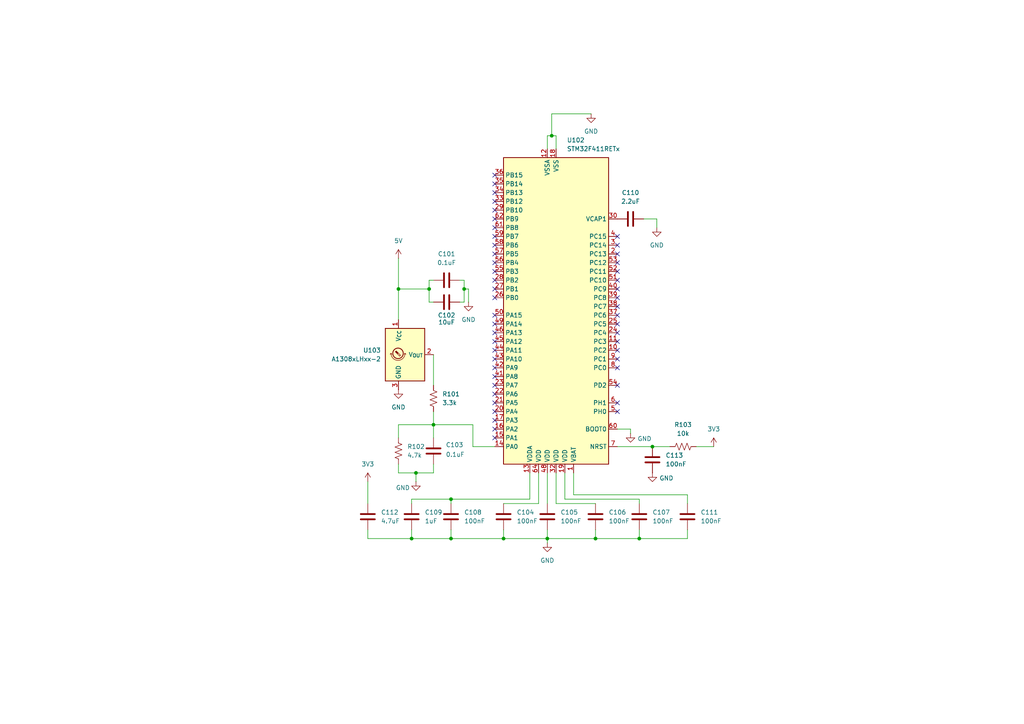
<source format=kicad_sch>
(kicad_sch (version 20250114) (generator "eeschema") (generator_version "9.0")
  (paper "A4")
  (lib_symbols
    (symbol "Device:C" (pin_numbers (hide yes)) (pin_names (offset 0.254))
      (property "Reference" "C" (at 0.635 2.54 0))
      (property "Value" "C" (at 0.635 -2.54 0))
      (symbol "C_0_1"
        (polyline (pts (xy -2.032 0.762) (xy 2.032 0.762)) (stroke (width 0.508)))
        (polyline (pts (xy -2.032 -0.762) (xy 2.032 -0.762)) (stroke (width 0.508)))
      )
      (symbol "C_1_1"
        (pin passive line (at 0 3.81 270) (length 2.794) (name "~") (number "1"))
        (pin passive line (at 0 -3.81 90) (length 2.794) (name "~") (number "2"))
      )
    )
    (symbol "Device:R_US" (pin_numbers (hide yes)) (pin_names (offset 0))
      (property "Reference" "R" (at 2.54 0 90))
      (property "Value" "R_US" (at -2.54 0 90))
      (symbol "R_US_0_1"
        (polyline (pts (xy 0 2.286) (xy 0 2.54)))
        (polyline (pts (xy 0 2.286) (xy 1.016 1.905) (xy 0 1.524) (xy -1.016 1.143) (xy 0 0.762)))
        (polyline (pts (xy 0 0.762) (xy 1.016 0.381) (xy 0 0) (xy -1.016 -0.381) (xy 0 -0.762)))
        (polyline (pts (xy 0 -0.762) (xy 1.016 -1.143) (xy 0 -1.524) (xy -1.016 -1.905) (xy 0 -2.286)))
        (polyline (pts (xy 0 -2.286) (xy 0 -2.54)))
      )
      (symbol "R_US_1_1"
        (pin passive line (at 0 3.81 270) (length 1.27) (name "~") (number "1"))
        (pin passive line (at 0 -3.81 90) (length 1.27) (name "~") (number "2"))
      )
    )
    (symbol "MCU_ST_STM32F4:STM32F411RETx"
      (property "Reference" "U" (at -15.24 46.99 0))
      (property "Value" "STM32F411RETx" (at 10.16 46.99 0))
      (symbol "STM32F411RETx_0_1"
        (rectangle (start -15.24 -43.18) (end 15.24 45.72) (stroke (width 0.254)) (fill (type background)))
      )
      (symbol "STM32F411RETx_1_1"
        (pin input line (at -17.78 40.64 0) (length 2.54) (name "NRST") (number "7"))
        (pin input line (at -17.78 35.56 0) (length 2.54) (name "BOOT0") (number "60"))
        (pin bidirectional line (at -17.78 30.48 0) (length 2.54) (name "PH0") (number "5"))
        (pin bidirectional line (at -17.78 27.94 0) (length 2.54) (name "PH1") (number "6"))
        (pin bidirectional line (at -17.78 22.86 0) (length 2.54) (name "PD2") (number "54"))
        (pin bidirectional line (at -17.78 17.78 0) (length 2.54) (name "PC0") (number "8"))
        (pin bidirectional line (at -17.78 15.24 0) (length 2.54) (name "PC1") (number "9"))
        (pin bidirectional line (at -17.78 12.7 0) (length 2.54) (name "PC2") (number "10"))
        (pin bidirectional line (at -17.78 10.16 0) (length 2.54) (name "PC3") (number "11"))
        (pin bidirectional line (at -17.78 7.62 0) (length 2.54) (name "PC4") (number "24"))
        (pin bidirectional line (at -17.78 5.08 0) (length 2.54) (name "PC5") (number "25"))
        (pin bidirectional line (at -17.78 2.54 0) (length 2.54) (name "PC6") (number "37"))
        (pin bidirectional line (at -17.78 0 0) (length 2.54) (name "PC7") (number "38"))
        (pin bidirectional line (at -17.78 -2.54 0) (length 2.54) (name "PC8") (number "39"))
        (pin bidirectional line (at -17.78 -5.08 0) (length 2.54) (name "PC9") (number "40"))
        (pin bidirectional line (at -17.78 -7.62 0) (length 2.54) (name "PC10") (number "51"))
        (pin bidirectional line (at -17.78 -10.16 0) (length 2.54) (name "PC11") (number "52"))
        (pin bidirectional line (at -17.78 -12.7 0) (length 2.54) (name "PC12") (number "53"))
        (pin bidirectional line (at -17.78 -15.24 0) (length 2.54) (name "PC13") (number "2"))
        (pin bidirectional line (at -17.78 -17.78 0) (length 2.54) (name "PC14") (number "3"))
        (pin bidirectional line (at -17.78 -20.32 0) (length 2.54) (name "PC15") (number "4"))
        (pin power_out line (at -17.78 -25.4 0) (length 2.54) (name "VCAP1") (number "30"))
        (pin power_in line (at -5.08 48.26 270) (length 2.54) (name "VBAT") (number "1"))
        (pin power_in line (at -2.54 48.26 270) (length 2.54) (name "VDD") (number "19"))
        (pin power_in line (at 0 48.26 270) (length 2.54) (name "VDD") (number "32"))
        (pin power_in line (at 0 -45.72 90) (length 2.54) (name "VSS") (number "18"))
        (pin passive line (at 0 -45.72 90) (length 2.54) (hide yes) (name "VSS") (number "31"))
        (pin passive line (at 0 -45.72 90) (length 2.54) (hide yes) (name "VSS") (number "47"))
        (pin passive line (at 0 -45.72 90) (length 2.54) (hide yes) (name "VSS") (number "63"))
        (pin power_in line (at 2.54 48.26 270) (length 2.54) (name "VDD") (number "48"))
        (pin power_in line (at 2.54 -45.72 90) (length 2.54) (name "VSSA") (number "12"))
        (pin power_in line (at 5.08 48.26 270) (length 2.54) (name "VDD") (number "64"))
        (pin power_in line (at 7.62 48.26 270) (length 2.54) (name "VDDA") (number "13"))
        (pin bidirectional line (at 17.78 40.64 180) (length 2.54) (name "PA0") (number "14"))
        (pin bidirectional line (at 17.78 38.1 180) (length 2.54) (name "PA1") (number "15"))
        (pin bidirectional line (at 17.78 35.56 180) (length 2.54) (name "PA2") (number "16"))
        (pin bidirectional line (at 17.78 33.02 180) (length 2.54) (name "PA3") (number "17"))
        (pin bidirectional line (at 17.78 30.48 180) (length 2.54) (name "PA4") (number "20"))
        (pin bidirectional line (at 17.78 27.94 180) (length 2.54) (name "PA5") (number "21"))
        (pin bidirectional line (at 17.78 25.4 180) (length 2.54) (name "PA6") (number "22"))
        (pin bidirectional line (at 17.78 22.86 180) (length 2.54) (name "PA7") (number "23"))
        (pin bidirectional line (at 17.78 20.32 180) (length 2.54) (name "PA8") (number "41"))
        (pin bidirectional line (at 17.78 17.78 180) (length 2.54) (name "PA9") (number "42"))
        (pin bidirectional line (at 17.78 15.24 180) (length 2.54) (name "PA10") (number "43"))
        (pin bidirectional line (at 17.78 12.7 180) (length 2.54) (name "PA11") (number "44"))
        (pin bidirectional line (at 17.78 10.16 180) (length 2.54) (name "PA12") (number "45"))
        (pin bidirectional line (at 17.78 7.62 180) (length 2.54) (name "PA13") (number "46"))
        (pin bidirectional line (at 17.78 5.08 180) (length 2.54) (name "PA14") (number "49"))
        (pin bidirectional line (at 17.78 2.54 180) (length 2.54) (name "PA15") (number "50"))
        (pin bidirectional line (at 17.78 -2.54 180) (length 2.54) (name "PB0") (number "26"))
        (pin bidirectional line (at 17.78 -5.08 180) (length 2.54) (name "PB1") (number "27"))
        (pin bidirectional line (at 17.78 -7.62 180) (length 2.54) (name "PB2") (number "28"))
        (pin bidirectional line (at 17.78 -10.16 180) (length 2.54) (name "PB3") (number "55"))
        (pin bidirectional line (at 17.78 -12.7 180) (length 2.54) (name "PB4") (number "56"))
        (pin bidirectional line (at 17.78 -15.24 180) (length 2.54) (name "PB5") (number "57"))
        (pin bidirectional line (at 17.78 -17.78 180) (length 2.54) (name "PB6") (number "58"))
        (pin bidirectional line (at 17.78 -20.32 180) (length 2.54) (name "PB7") (number "59"))
        (pin bidirectional line (at 17.78 -22.86 180) (length 2.54) (name "PB8") (number "61"))
        (pin bidirectional line (at 17.78 -25.4 180) (length 2.54) (name "PB9") (number "62"))
        (pin bidirectional line (at 17.78 -27.94 180) (length 2.54) (name "PB10") (number "29"))
        (pin bidirectional line (at 17.78 -30.48 180) (length 2.54) (name "PB12") (number "33"))
        (pin bidirectional line (at 17.78 -33.02 180) (length 2.54) (name "PB13") (number "34"))
        (pin bidirectional line (at 17.78 -35.56 180) (length 2.54) (name "PB14") (number "35"))
        (pin bidirectional line (at 17.78 -38.1 180) (length 2.54) (name "PB15") (number "36"))
      )
    )
    (symbol "Sensor_Magnetic:A1308xLHxx-2"
      (property "Reference" "U" (at 0 11.43 0))
      (property "Value" "A1308xLHxx-2" (at 0 8.89 0))
      (symbol "A1308xLHxx-2_0_1"
        (rectangle (start -6.35 7.62) (end 5.08 -7.62) (stroke (width 0.254)) (fill (type background)))
        (polyline (pts (xy -4.699 0.381) (xy -4.953 0.127)))
        (polyline (pts (xy -4.699 0.381) (xy -4.445 0.127)))
        (polyline (pts (xy -3.4544 0.8382) (xy -2.8702 0.254) (xy -2.6162 0.508) (xy -3.2004 1.0922) (xy -3.4544 0.8382)) (fill (type outline)))
        (arc (start -0.635 0.381) (mid -2.667 -1.651) (end -4.699 0.381))
        (polyline (pts (xy -0.635 0.381) (xy -0.889 0.127)))
        (polyline (pts (xy -0.635 0.381) (xy -0.381 0.127)))
      )
      (symbol "A1308xLHxx-2_1_1"
        (circle (center -2.667 0.381) (radius 1.524) (stroke (width 0.254)))
        (polyline (pts (xy -2.6162 0.508) (xy -1.9304 -0.1778) (xy -2.1844 -0.4318) (xy -2.8702 0.254)))
        (pin power_in line (at -2.54 10.16 270) (length 2.54) (name "V_{CC}") (number "1"))
        (pin power_in line (at -2.54 -10.16 90) (length 2.54) (name "GND") (number "3"))
        (pin output line (at 7.62 0 180) (length 2.54) (name "V_{OUT}") (number "2"))
      )
    )
    (symbol "power:+3V3" (power) (pin_numbers (hide yes)) (pin_names (offset 0) (hide yes))
      (property "Value" "+3V3" (at 0 3.556 0))
      (symbol "+3V3_0_1"
        (polyline (pts (xy -0.762 1.27) (xy 0 2.54)))
        (polyline (pts (xy 0 2.54) (xy 0.762 1.27)))
        (polyline (pts (xy 0 0) (xy 0 2.54)))
      )
      (symbol "+3V3_1_1"
        (pin power_in line (at 0 0 90) (length 0) (name "~") (number "1"))
      )
    )
    (symbol "power:GND" (power) (pin_numbers (hide yes)) (pin_names (offset 0) (hide yes))
      (property "Value" "GND" (at 0 -3.81 0))
      (symbol "GND_0_1"
        (polyline (pts (xy 0 0) (xy 0 -1.27) (xy 1.27 -1.27) (xy 0 -2.54) (xy -1.27 -1.27) (xy 0 -1.27)))
      )
      (symbol "GND_1_1"
        (pin power_in line (at 0 0 270) (length 0) (name "~") (number "1"))
      )
    )
  )
  (junction (at 158.75 156.21))
  (junction (at 120.65 137.16))
  (junction (at 115.57 83.82))
  (junction (at 160.02 39.37))
  (junction (at 130.81 156.21))
  (junction (at 125.73 123.19))
  (junction (at 124.46 83.82))
  (junction (at 189.23 129.54))
  (junction (at 185.42 156.21))
  (junction (at 130.81 144.78))
  (junction (at 172.72 156.21))
  (junction (at 146.05 156.21))
  (junction (at 134.62 83.82))
  (junction (at 119.38 156.21))
  (no_connect (at 179.07 76.2))
  (no_connect (at 179.07 111.76))
  (no_connect (at 179.07 106.68))
  (no_connect (at 143.51 116.84))
  (no_connect (at 143.51 81.28))
  (no_connect (at 143.51 63.5))
  (no_connect (at 143.51 91.44))
  (no_connect (at 179.07 116.84))
  (no_connect (at 179.07 99.06))
  (no_connect (at 143.51 71.12))
  (no_connect (at 143.51 83.82))
  (no_connect (at 179.07 104.14))
  (no_connect (at 179.07 86.36))
  (no_connect (at 179.07 119.38))
  (no_connect (at 143.51 55.88))
  (no_connect (at 143.51 114.3))
  (no_connect (at 179.07 88.9))
  (no_connect (at 179.07 101.6))
  (no_connect (at 143.51 124.46))
  (no_connect (at 143.51 53.34))
  (no_connect (at 179.07 91.44))
  (no_connect (at 179.07 68.58))
  (no_connect (at 143.51 101.6))
  (no_connect (at 143.51 73.66))
  (no_connect (at 179.07 78.74))
  (no_connect (at 143.51 86.36))
  (no_connect (at 179.07 71.12))
  (no_connect (at 143.51 66.04))
  (no_connect (at 179.07 73.66))
  (no_connect (at 143.51 50.8))
  (no_connect (at 143.51 58.42))
  (no_connect (at 143.51 96.52))
  (no_connect (at 179.07 93.98))
  (no_connect (at 143.51 104.14))
  (no_connect (at 179.07 81.28))
  (no_connect (at 143.51 68.58))
  (no_connect (at 143.51 60.96))
  (no_connect (at 143.51 106.68))
  (no_connect (at 143.51 109.22))
  (no_connect (at 143.51 119.38))
  (no_connect (at 179.07 96.52))
  (no_connect (at 143.51 99.06))
  (no_connect (at 143.51 111.76))
  (no_connect (at 143.51 76.2))
  (no_connect (at 143.51 127))
  (no_connect (at 143.51 78.74))
  (no_connect (at 143.51 93.98))
  (no_connect (at 179.07 83.82))
  (no_connect (at 143.51 121.92))
  (wire (pts (xy 133.35 81.28) (xy 134.62 81.28)))
  (wire (pts (xy 158.75 43.18) (xy 158.75 39.37)))
  (wire (pts (xy 137.16 123.19) (xy 125.73 123.19)))
  (wire (pts (xy 106.68 153.67) (xy 106.68 156.21)))
  (wire (pts (xy 134.62 81.28) (xy 134.62 83.82)))
  (wire (pts (xy 106.68 139.7) (xy 106.68 146.05)))
  (wire (pts (xy 115.57 137.16) (xy 120.65 137.16)))
  (wire (pts (xy 166.37 137.16) (xy 166.37 143.51)))
  (wire (pts (xy 199.39 156.21) (xy 199.39 153.67)))
  (wire (pts (xy 158.75 146.05) (xy 158.75 137.16)))
  (wire (pts (xy 189.23 129.54) (xy 194.31 129.54)))
  (wire (pts (xy 130.81 156.21) (xy 146.05 156.21)))
  (wire (pts (xy 156.21 146.05) (xy 156.21 137.16)))
  (wire (pts (xy 124.46 83.82) (xy 124.46 87.63)))
  (wire (pts (xy 160.02 33.02) (xy 171.45 33.02)))
  (wire (pts (xy 158.75 153.67) (xy 158.75 156.21)))
  (wire (pts (xy 125.73 123.19) (xy 125.73 119.38)))
  (wire (pts (xy 115.57 127) (xy 115.57 123.19)))
  (wire (pts (xy 143.51 129.54) (xy 137.16 129.54)))
  (wire (pts (xy 146.05 146.05) (xy 156.21 146.05)))
  (wire (pts (xy 161.29 146.05) (xy 161.29 137.16)))
  (wire (pts (xy 115.57 74.93) (xy 115.57 83.82)))
  (wire (pts (xy 182.88 124.46) (xy 182.88 125.73)))
  (wire (pts (xy 115.57 123.19) (xy 125.73 123.19)))
  (wire (pts (xy 124.46 81.28) (xy 125.73 81.28)))
  (wire (pts (xy 130.81 144.78) (xy 130.81 146.05)))
  (wire (pts (xy 135.89 83.82) (xy 135.89 87.63)))
  (wire (pts (xy 134.62 83.82) (xy 134.62 87.63)))
  (wire (pts (xy 160.02 39.37) (xy 160.02 33.02)))
  (wire (pts (xy 130.81 144.78) (xy 153.67 144.78)))
  (wire (pts (xy 120.65 137.16) (xy 125.73 137.16)))
  (wire (pts (xy 160.02 39.37) (xy 161.29 39.37)))
  (wire (pts (xy 115.57 83.82) (xy 124.46 83.82)))
  (wire (pts (xy 125.73 137.16) (xy 125.73 134.62)))
  (wire (pts (xy 158.75 156.21) (xy 172.72 156.21)))
  (wire (pts (xy 146.05 156.21) (xy 158.75 156.21)))
  (wire (pts (xy 172.72 153.67) (xy 172.72 156.21)))
  (wire (pts (xy 158.75 39.37) (xy 160.02 39.37)))
  (wire (pts (xy 190.5 63.5) (xy 190.5 66.04)))
  (wire (pts (xy 153.67 144.78) (xy 153.67 137.16)))
  (wire (pts (xy 125.73 127) (xy 125.73 123.19)))
  (wire (pts (xy 166.37 143.51) (xy 199.39 143.51)))
  (wire (pts (xy 146.05 153.67) (xy 146.05 156.21)))
  (wire (pts (xy 134.62 83.82) (xy 135.89 83.82)))
  (wire (pts (xy 185.42 144.78) (xy 163.83 144.78)))
  (wire (pts (xy 179.07 129.54) (xy 189.23 129.54)))
  (wire (pts (xy 185.42 153.67) (xy 185.42 156.21)))
  (wire (pts (xy 119.38 156.21) (xy 130.81 156.21)))
  (wire (pts (xy 179.07 124.46) (xy 182.88 124.46)))
  (wire (pts (xy 163.83 144.78) (xy 163.83 137.16)))
  (wire (pts (xy 125.73 102.87) (xy 125.73 111.76)))
  (wire (pts (xy 115.57 134.62) (xy 115.57 137.16)))
  (wire (pts (xy 185.42 146.05) (xy 185.42 144.78)))
  (wire (pts (xy 130.81 153.67) (xy 130.81 156.21)))
  (wire (pts (xy 120.65 137.16) (xy 120.65 139.7)))
  (wire (pts (xy 119.38 146.05) (xy 119.38 144.78)))
  (wire (pts (xy 199.39 143.51) (xy 199.39 146.05)))
  (wire (pts (xy 161.29 39.37) (xy 161.29 43.18)))
  (wire (pts (xy 124.46 83.82) (xy 124.46 81.28)))
  (wire (pts (xy 106.68 156.21) (xy 119.38 156.21)))
  (wire (pts (xy 185.42 156.21) (xy 199.39 156.21)))
  (wire (pts (xy 186.69 63.5) (xy 190.5 63.5)))
  (wire (pts (xy 134.62 87.63) (xy 133.35 87.63)))
  (wire (pts (xy 119.38 144.78) (xy 130.81 144.78)))
  (wire (pts (xy 137.16 129.54) (xy 137.16 123.19)))
  (wire (pts (xy 124.46 87.63) (xy 125.73 87.63)))
  (wire (pts (xy 172.72 146.05) (xy 161.29 146.05)))
  (wire (pts (xy 201.93 129.54) (xy 207.01 129.54)))
  (wire (pts (xy 172.72 156.21) (xy 185.42 156.21)))
  (wire (pts (xy 158.75 156.21) (xy 158.75 157.48)))
  (wire (pts (xy 119.38 153.67) (xy 119.38 156.21)))
  (wire (pts (xy 115.57 83.82) (xy 115.57 92.71)))
  (symbol (lib_id "Device:C") (at 185.42 149.86 0) (unit 1)
    (property "Reference" "C107" (at 189.23 148.5899 0) (effects (justify left)))
    (property "Value" "100nF" (at 189.23 151.1299 0) (effects (justify left)))
    (property "Description" "Unpolarized capacitor" (effects (hide yes)))
  )
  (symbol (lib_id "power:GND") (at 115.57 113.03 0) (unit 1)
    (property "Reference" "#PWR0102" (effects (hide yes)))
    (property "Value" "GND" (at 115.57 118.11 0))
    (property "Description" "Power symbol creates a global label with name \"GND\" , ground" (effects (hide yes)))
  )
  (symbol (lib_id "Device:R_US") (at 115.57 130.81 180) (unit 1)
    (property "Reference" "R102" (at 118.11 129.5399 0) (effects (justify right)))
    (property "Value" "4.7k" (at 118.11 132.0799 0) (effects (justify right)))
    (property "Description" "Resistor, US symbol" (effects (hide yes)))
  )
  (symbol (lib_id "power:GND") (at 158.75 157.48 0) (unit 1)
    (property "Reference" "#PWR0105" (effects (hide yes)))
    (property "Value" "GND" (at 158.75 162.56 0))
    (property "Description" "Power symbol creates a global label with name \"GND\" , ground" (effects (hide yes)))
  )
  (symbol (lib_id "power:GND") (at 182.88 125.73 0) (unit 1)
    (property "Reference" "#PWR0108" (effects (hide yes)))
    (property "Value" "GND" (at 186.944 127.254 0))
    (property "Description" "Power symbol creates a global label with name \"GND\" , ground" (effects (hide yes)))
  )
  (symbol (lib_id "Device:R_US") (at 125.73 115.57 0) (unit 1)
    (property "Reference" "R101" (at 128.27 114.2999 0) (effects (justify left)))
    (property "Value" "3.3k" (at 128.27 116.8399 0) (effects (justify left)))
    (property "Description" "Resistor, US symbol" (effects (hide yes)))
  )
  (symbol (lib_id "Device:C") (at 189.23 133.35 0) (unit 1)
    (property "Reference" "C113" (at 193.04 132.0799 0) (effects (justify left)))
    (property "Value" "100nF" (at 193.04 134.6199 0) (effects (justify left)))
    (property "Description" "Unpolarized capacitor" (effects (hide yes)))
  )
  (symbol (lib_id "Device:C") (at 158.75 149.86 0) (unit 1)
    (property "Reference" "C105" (at 162.56 148.5899 0) (effects (justify left)))
    (property "Value" "100nF" (at 162.56 151.1299 0) (effects (justify left)))
    (property "Description" "Unpolarized capacitor" (effects (hide yes)))
  )
  (symbol (lib_id "Sensor_Magnetic:A1308xLHxx-2") (at 118.11 102.87 0) (unit 1)
    (property "Reference" "U103" (at 110.49 101.5999 0) (effects (justify right)))
    (property "Value" "A1308xLHxx-2" (at 110.49 104.1399 0) (effects (justify right)))
    (property "Footprint" "Package_TO_SOT_SMD:SOT-23W" (effects (hide yes)))
    (property "Datasheet" "https://www.allegromicro.com/~/media/files/datasheets/a1308-9-datasheet.ashx" (effects (hide yes)))
    (property "Description" "Linear Hall Effect Sensor ICs with Analog Output, 2.5 mV/G, 4.5-5.5V supply, SOT-23W" (effects (hide yes)))
  )
  (symbol (lib_id "Device:C") (at 106.68 149.86 0) (unit 1)
    (property "Reference" "C112" (at 110.49 148.5899 0) (effects (justify left)))
    (property "Value" "4.7uF" (at 110.49 151.1299 0) (effects (justify left)))
    (property "Description" "Unpolarized capacitor" (effects (hide yes)))
  )
  (symbol (lib_id "Device:C") (at 119.38 149.86 0) (unit 1)
    (property "Reference" "C109" (at 123.19 148.5899 0) (effects (justify left)))
    (property "Value" "1uF" (at 123.19 151.1299 0) (effects (justify left)))
    (property "Description" "Unpolarized capacitor" (effects (hide yes)))
  )
  (symbol (lib_id "Device:C") (at 172.72 149.86 0) (unit 1)
    (property "Reference" "C106" (at 176.53 148.5899 0) (effects (justify left)))
    (property "Value" "100nF" (at 176.53 151.1299 0) (effects (justify left)))
    (property "Description" "Unpolarized capacitor" (effects (hide yes)))
  )
  (symbol (lib_id "Device:C") (at 129.54 87.63 270) (unit 1)
    (property "Reference" "C102" (at 129.54 91.44 90))
    (property "Value" "10uF" (at 129.54 93.472 90))
    (property "Description" "Unpolarized capacitor" (effects (hide yes)))
  )
  (symbol (lib_id "Device:C") (at 146.05 149.86 0) (unit 1)
    (property "Reference" "C104" (at 149.86 148.5899 0) (effects (justify left)))
    (property "Value" "100nF" (at 149.86 151.1299 0) (effects (justify left)))
    (property "Description" "Unpolarized capacitor" (effects (hide yes)))
  )
  (symbol (lib_id "power:GND") (at 189.23 137.16 0) (unit 1)
    (property "Reference" "#PWR0107" (effects (hide yes)))
    (property "Value" "GND" (at 193.294 138.684 0))
    (property "Description" "Power symbol creates a global label with name \"GND\" , ground" (effects (hide yes)))
  )
  (symbol (lib_id "power:GND") (at 171.45 33.02 0) (unit 1)
    (property "Reference" "#PWR0106" (effects (hide yes)))
    (property "Value" "GND" (at 171.45 38.1 0))
    (property "Description" "Power symbol creates a global label with name \"GND\" , ground" (effects (hide yes)))
  )
  (symbol (lib_id "MCU_ST_STM32F4:STM32F411RETx") (at 161.29 88.9 180) (unit 1)
    (property "Reference" "U102" (at 164.4081 40.64 0) (effects (justify right)))
    (property "Value" "STM32F411RETx" (at 164.4081 43.18 0) (effects (justify right)))
    (property "Footprint" "Package_QFP:LQFP-64_10x10mm_P0.5mm" (effects (hide yes)))
    (property "Datasheet" "https://www.st.com/resource/en/datasheet/stm32f411re.pdf" (effects (hide yes)))
    (property "Description" "STMicroelectronics Arm Cortex-M4 MCU, 512KB flash, 128KB RAM, 100 MHz, 1.7-3.6V, 50 GPIO, LQFP64" (effects (hide yes)))
  )
  (symbol (lib_id "power:GND") (at 135.89 87.63 0) (unit 1)
    (property "Reference" "#PWR0101" (effects (hide yes)))
    (property "Value" "GND" (at 135.89 92.71 0))
    (property "Description" "Power symbol creates a global label with name \"GND\" , ground" (effects (hide yes)))
  )
  (symbol (lib_id "power:GND") (at 190.5 66.04 0) (unit 1)
    (property "Reference" "#PWR0104" (effects (hide yes)))
    (property "Value" "GND" (at 190.5 71.12 0))
    (property "Description" "Power symbol creates a global label with name \"GND\" , ground" (effects (hide yes)))
  )
  (symbol (lib_id "Device:R_US") (at 198.12 129.54 90) (unit 1)
    (property "Reference" "R103" (at 198.12 123.19 90))
    (property "Value" "10k" (at 198.12 125.73 90))
    (property "Description" "Resistor, US symbol" (effects (hide yes)))
  )
  (symbol (lib_id "power:+3V3") (at 106.68 139.7 0) (unit 1)
    (property "Reference" "#PWR0109" (effects (hide yes)))
    (property "Value" "3V3" (at 106.68 134.62 0))
    (property "Description" "Power symbol creates a global label with name \"+3V3\"" (effects (hide yes)))
  )
  (symbol (lib_id "Device:C") (at 129.54 81.28 90) (unit 1)
    (property "Reference" "C101" (at 129.54 73.66 90))
    (property "Value" "0.1uF" (at 129.54 76.2 90))
    (property "Description" "Unpolarized capacitor" (effects (hide yes)))
  )
  (symbol (lib_id "Device:C") (at 199.39 149.86 0) (unit 1)
    (property "Reference" "C111" (at 203.2 148.5899 0) (effects (justify left)))
    (property "Value" "100nF" (at 203.2 151.1299 0) (effects (justify left)))
    (property "Description" "Unpolarized capacitor" (effects (hide yes)))
  )
  (symbol (lib_id "Device:C") (at 130.81 149.86 0) (unit 1)
    (property "Reference" "C108" (at 134.62 148.5899 0) (effects (justify left)))
    (property "Value" "100nF" (at 134.62 151.1299 0) (effects (justify left)))
    (property "Description" "Unpolarized capacitor" (effects (hide yes)))
  )
  (symbol (lib_id "power:+3V3") (at 207.01 129.54 0) (unit 1)
    (property "Reference" "#PWR0110" (effects (hide yes)))
    (property "Value" "3V3" (at 207.01 124.46 0))
    (property "Description" "Power symbol creates a global label with name \"+3V3\"" (effects (hide yes)))
  )
  (symbol (lib_id "power:+3V3") (at 115.57 74.93 0) (unit 1)
    (property "Reference" "#PWR0111" (effects (hide yes)))
    (property "Value" "5V" (at 115.57 69.85 0))
    (property "Description" "Power symbol creates a global label with name \"+3V3\"" (effects (hide yes)))
  )
  (symbol (lib_id "power:GND") (at 120.65 139.7 0) (unit 1)
    (property "Reference" "#PWR0103" (effects (hide yes)))
    (property "Value" "GND" (at 116.84 141.478 0))
    (property "Description" "Power symbol creates a global label with name \"GND\" , ground" (effects (hide yes)))
  )
  (symbol (lib_id "Device:C") (at 182.88 63.5 90) (unit 1)
    (property "Reference" "C110" (at 182.88 55.88 90))
    (property "Value" "2.2uF" (at 182.88 58.42 90))
    (property "Description" "Unpolarized capacitor" (effects (hide yes)))
  )
  (symbol (lib_id "Device:C") (at 125.73 130.81 180) (unit 1)
    (property "Reference" "C103" (at 129.286 129.032 0) (effects (justify right)))
    (property "Value" "0.1uF" (at 129.286 131.826 0) (effects (justify right)))
    (property "Description" "Unpolarized capacitor" (effects (hide yes)))
  )
)
</source>
